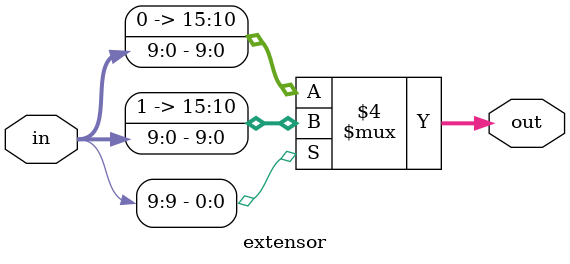
<source format=v>

module extensor(in, out);
    input [15:0] in;
    output reg [15:0] out;

    always @* begin
        if (in[9] == 1)
            out = {6'b111111, in[9:0]};
        else out = {6'b000000, in[9:0]};
    end
endmodule
</source>
